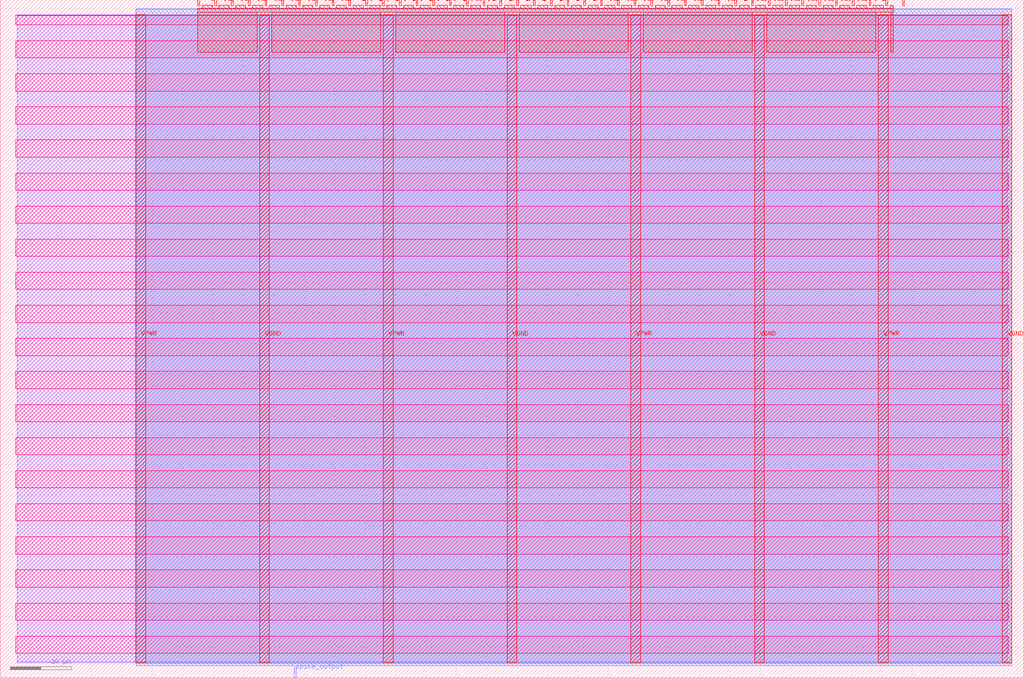
<source format=lef>
VERSION 5.7 ;
  NOWIREEXTENSIONATPIN ON ;
  DIVIDERCHAR "/" ;
  BUSBITCHARS "[]" ;
MACRO tt_um_topLevel_derekabarca
  CLASS BLOCK ;
  FOREIGN tt_um_topLevel_derekabarca ;
  ORIGIN 0.000 0.000 ;
  SIZE 168.360 BY 111.520 ;
  PIN VGND
    DIRECTION INOUT ;
    USE GROUND ;
    PORT
      LAYER met4 ;
        RECT 42.670 2.480 44.270 109.040 ;
    END
    PORT
      LAYER met4 ;
        RECT 83.380 2.480 84.980 109.040 ;
    END
    PORT
      LAYER met4 ;
        RECT 124.090 2.480 125.690 109.040 ;
    END
    PORT
      LAYER met4 ;
        RECT 164.800 2.480 166.400 109.040 ;
    END
  END VGND
  PIN VPWR
    DIRECTION INOUT ;
    USE POWER ;
    PORT
      LAYER met4 ;
        RECT 22.315 2.480 23.915 109.040 ;
    END
    PORT
      LAYER met4 ;
        RECT 63.025 2.480 64.625 109.040 ;
    END
    PORT
      LAYER met4 ;
        RECT 103.735 2.480 105.335 109.040 ;
    END
    PORT
      LAYER met4 ;
        RECT 144.445 2.480 146.045 109.040 ;
    END
  END VPWR
  PIN clk
    DIRECTION INPUT ;
    USE SIGNAL ;
    ANTENNAGATEAREA 0.852000 ;
    PORT
      LAYER met4 ;
        RECT 145.670 110.520 145.970 111.520 ;
    END
  END clk
  PIN ena
    DIRECTION INPUT ;
    USE SIGNAL ;
    PORT
      LAYER met4 ;
        RECT 148.430 110.520 148.730 111.520 ;
    END
  END ena
  PIN rst_n
    DIRECTION INPUT ;
    USE SIGNAL ;
    ANTENNAGATEAREA 0.196500 ;
    PORT
      LAYER met4 ;
        RECT 142.910 110.520 143.210 111.520 ;
    END
  END rst_n
  PIN spike_output
    DIRECTION OUTPUT TRISTATE ;
    USE SIGNAL ;
    ANTENNADIFFAREA 0.891000 ;
    PORT
      LAYER met2 ;
        RECT 48.390 0.000 48.670 2.000 ;
    END
  END spike_output
  PIN ui_in[0]
    DIRECTION INPUT ;
    USE SIGNAL ;
    PORT
      LAYER met4 ;
        RECT 140.150 110.520 140.450 111.520 ;
    END
  END ui_in[0]
  PIN ui_in[1]
    DIRECTION INPUT ;
    USE SIGNAL ;
    PORT
      LAYER met4 ;
        RECT 137.390 110.520 137.690 111.520 ;
    END
  END ui_in[1]
  PIN ui_in[2]
    DIRECTION INPUT ;
    USE SIGNAL ;
    PORT
      LAYER met4 ;
        RECT 134.630 110.520 134.930 111.520 ;
    END
  END ui_in[2]
  PIN ui_in[3]
    DIRECTION INPUT ;
    USE SIGNAL ;
    PORT
      LAYER met4 ;
        RECT 131.870 110.520 132.170 111.520 ;
    END
  END ui_in[3]
  PIN ui_in[4]
    DIRECTION INPUT ;
    USE SIGNAL ;
    PORT
      LAYER met4 ;
        RECT 129.110 110.520 129.410 111.520 ;
    END
  END ui_in[4]
  PIN ui_in[5]
    DIRECTION INPUT ;
    USE SIGNAL ;
    PORT
      LAYER met4 ;
        RECT 126.350 110.520 126.650 111.520 ;
    END
  END ui_in[5]
  PIN ui_in[6]
    DIRECTION INPUT ;
    USE SIGNAL ;
    PORT
      LAYER met4 ;
        RECT 123.590 110.520 123.890 111.520 ;
    END
  END ui_in[6]
  PIN ui_in[7]
    DIRECTION INPUT ;
    USE SIGNAL ;
    PORT
      LAYER met4 ;
        RECT 120.830 110.520 121.130 111.520 ;
    END
  END ui_in[7]
  PIN uio_in[0]
    DIRECTION INPUT ;
    USE SIGNAL ;
    PORT
      LAYER met4 ;
        RECT 118.070 110.520 118.370 111.520 ;
    END
  END uio_in[0]
  PIN uio_in[1]
    DIRECTION INPUT ;
    USE SIGNAL ;
    PORT
      LAYER met4 ;
        RECT 115.310 110.520 115.610 111.520 ;
    END
  END uio_in[1]
  PIN uio_in[2]
    DIRECTION INPUT ;
    USE SIGNAL ;
    PORT
      LAYER met4 ;
        RECT 112.550 110.520 112.850 111.520 ;
    END
  END uio_in[2]
  PIN uio_in[3]
    DIRECTION INPUT ;
    USE SIGNAL ;
    PORT
      LAYER met4 ;
        RECT 109.790 110.520 110.090 111.520 ;
    END
  END uio_in[3]
  PIN uio_in[4]
    DIRECTION INPUT ;
    USE SIGNAL ;
    PORT
      LAYER met4 ;
        RECT 107.030 110.520 107.330 111.520 ;
    END
  END uio_in[4]
  PIN uio_in[5]
    DIRECTION INPUT ;
    USE SIGNAL ;
    PORT
      LAYER met4 ;
        RECT 104.270 110.520 104.570 111.520 ;
    END
  END uio_in[5]
  PIN uio_in[6]
    DIRECTION INPUT ;
    USE SIGNAL ;
    PORT
      LAYER met4 ;
        RECT 101.510 110.520 101.810 111.520 ;
    END
  END uio_in[6]
  PIN uio_in[7]
    DIRECTION INPUT ;
    USE SIGNAL ;
    PORT
      LAYER met4 ;
        RECT 98.750 110.520 99.050 111.520 ;
    END
  END uio_in[7]
  PIN uio_oe[0]
    DIRECTION OUTPUT TRISTATE ;
    USE SIGNAL ;
    PORT
      LAYER met4 ;
        RECT 51.830 110.520 52.130 111.520 ;
    END
  END uio_oe[0]
  PIN uio_oe[1]
    DIRECTION OUTPUT TRISTATE ;
    USE SIGNAL ;
    PORT
      LAYER met4 ;
        RECT 49.070 110.520 49.370 111.520 ;
    END
  END uio_oe[1]
  PIN uio_oe[2]
    DIRECTION OUTPUT TRISTATE ;
    USE SIGNAL ;
    PORT
      LAYER met4 ;
        RECT 46.310 110.520 46.610 111.520 ;
    END
  END uio_oe[2]
  PIN uio_oe[3]
    DIRECTION OUTPUT TRISTATE ;
    USE SIGNAL ;
    PORT
      LAYER met4 ;
        RECT 43.550 110.520 43.850 111.520 ;
    END
  END uio_oe[3]
  PIN uio_oe[4]
    DIRECTION OUTPUT TRISTATE ;
    USE SIGNAL ;
    PORT
      LAYER met4 ;
        RECT 40.790 110.520 41.090 111.520 ;
    END
  END uio_oe[4]
  PIN uio_oe[5]
    DIRECTION OUTPUT TRISTATE ;
    USE SIGNAL ;
    PORT
      LAYER met4 ;
        RECT 38.030 110.520 38.330 111.520 ;
    END
  END uio_oe[5]
  PIN uio_oe[6]
    DIRECTION OUTPUT TRISTATE ;
    USE SIGNAL ;
    PORT
      LAYER met4 ;
        RECT 35.270 110.520 35.570 111.520 ;
    END
  END uio_oe[6]
  PIN uio_oe[7]
    DIRECTION OUTPUT TRISTATE ;
    USE SIGNAL ;
    PORT
      LAYER met4 ;
        RECT 32.510 110.520 32.810 111.520 ;
    END
  END uio_oe[7]
  PIN uio_out[0]
    DIRECTION OUTPUT TRISTATE ;
    USE SIGNAL ;
    PORT
      LAYER met4 ;
        RECT 73.910 110.520 74.210 111.520 ;
    END
  END uio_out[0]
  PIN uio_out[1]
    DIRECTION OUTPUT TRISTATE ;
    USE SIGNAL ;
    PORT
      LAYER met4 ;
        RECT 71.150 110.520 71.450 111.520 ;
    END
  END uio_out[1]
  PIN uio_out[2]
    DIRECTION OUTPUT TRISTATE ;
    USE SIGNAL ;
    PORT
      LAYER met4 ;
        RECT 68.390 110.520 68.690 111.520 ;
    END
  END uio_out[2]
  PIN uio_out[3]
    DIRECTION OUTPUT TRISTATE ;
    USE SIGNAL ;
    PORT
      LAYER met4 ;
        RECT 65.630 110.520 65.930 111.520 ;
    END
  END uio_out[3]
  PIN uio_out[4]
    DIRECTION OUTPUT TRISTATE ;
    USE SIGNAL ;
    PORT
      LAYER met4 ;
        RECT 62.870 110.520 63.170 111.520 ;
    END
  END uio_out[4]
  PIN uio_out[5]
    DIRECTION OUTPUT TRISTATE ;
    USE SIGNAL ;
    PORT
      LAYER met4 ;
        RECT 60.110 110.520 60.410 111.520 ;
    END
  END uio_out[5]
  PIN uio_out[6]
    DIRECTION OUTPUT TRISTATE ;
    USE SIGNAL ;
    PORT
      LAYER met4 ;
        RECT 57.350 110.520 57.650 111.520 ;
    END
  END uio_out[6]
  PIN uio_out[7]
    DIRECTION OUTPUT TRISTATE ;
    USE SIGNAL ;
    PORT
      LAYER met4 ;
        RECT 54.590 110.520 54.890 111.520 ;
    END
  END uio_out[7]
  PIN uo_out[0]
    DIRECTION OUTPUT TRISTATE ;
    USE SIGNAL ;
    PORT
      LAYER met4 ;
        RECT 95.990 110.520 96.290 111.520 ;
    END
  END uo_out[0]
  PIN uo_out[1]
    DIRECTION OUTPUT TRISTATE ;
    USE SIGNAL ;
    PORT
      LAYER met4 ;
        RECT 93.230 110.520 93.530 111.520 ;
    END
  END uo_out[1]
  PIN uo_out[2]
    DIRECTION OUTPUT TRISTATE ;
    USE SIGNAL ;
    PORT
      LAYER met4 ;
        RECT 90.470 110.520 90.770 111.520 ;
    END
  END uo_out[2]
  PIN uo_out[3]
    DIRECTION OUTPUT TRISTATE ;
    USE SIGNAL ;
    PORT
      LAYER met4 ;
        RECT 87.710 110.520 88.010 111.520 ;
    END
  END uo_out[3]
  PIN uo_out[4]
    DIRECTION OUTPUT TRISTATE ;
    USE SIGNAL ;
    PORT
      LAYER met4 ;
        RECT 84.950 110.520 85.250 111.520 ;
    END
  END uo_out[4]
  PIN uo_out[5]
    DIRECTION OUTPUT TRISTATE ;
    USE SIGNAL ;
    PORT
      LAYER met4 ;
        RECT 82.190 110.520 82.490 111.520 ;
    END
  END uo_out[5]
  PIN uo_out[6]
    DIRECTION OUTPUT TRISTATE ;
    USE SIGNAL ;
    PORT
      LAYER met4 ;
        RECT 79.430 110.520 79.730 111.520 ;
    END
  END uo_out[6]
  PIN uo_out[7]
    DIRECTION OUTPUT TRISTATE ;
    USE SIGNAL ;
    PORT
      LAYER met4 ;
        RECT 76.670 110.520 76.970 111.520 ;
    END
  END uo_out[7]
  OBS
      LAYER nwell ;
        RECT 2.570 107.385 165.790 108.990 ;
        RECT 2.570 101.945 165.790 104.775 ;
        RECT 2.570 96.505 165.790 99.335 ;
        RECT 2.570 91.065 165.790 93.895 ;
        RECT 2.570 85.625 165.790 88.455 ;
        RECT 2.570 80.185 165.790 83.015 ;
        RECT 2.570 74.745 165.790 77.575 ;
        RECT 2.570 69.305 165.790 72.135 ;
        RECT 2.570 63.865 165.790 66.695 ;
        RECT 2.570 58.425 165.790 61.255 ;
        RECT 2.570 52.985 165.790 55.815 ;
        RECT 2.570 47.545 165.790 50.375 ;
        RECT 2.570 42.105 165.790 44.935 ;
        RECT 2.570 36.665 165.790 39.495 ;
        RECT 2.570 31.225 165.790 34.055 ;
        RECT 2.570 25.785 165.790 28.615 ;
        RECT 2.570 20.345 165.790 23.175 ;
        RECT 2.570 14.905 165.790 17.735 ;
        RECT 2.570 9.465 165.790 12.295 ;
        RECT 2.570 4.025 165.790 6.855 ;
      LAYER li1 ;
        RECT 2.760 2.635 165.600 108.885 ;
      LAYER met1 ;
        RECT 2.760 2.480 166.400 109.040 ;
      LAYER met2 ;
        RECT 22.345 2.280 166.370 110.005 ;
        RECT 22.345 2.000 48.110 2.280 ;
        RECT 48.950 2.000 166.370 2.280 ;
      LAYER met3 ;
        RECT 22.325 2.555 166.390 109.985 ;
      LAYER met4 ;
        RECT 33.210 110.120 34.870 110.650 ;
        RECT 35.970 110.120 37.630 110.650 ;
        RECT 38.730 110.120 40.390 110.650 ;
        RECT 41.490 110.120 43.150 110.650 ;
        RECT 44.250 110.120 45.910 110.650 ;
        RECT 47.010 110.120 48.670 110.650 ;
        RECT 49.770 110.120 51.430 110.650 ;
        RECT 52.530 110.120 54.190 110.650 ;
        RECT 55.290 110.120 56.950 110.650 ;
        RECT 58.050 110.120 59.710 110.650 ;
        RECT 60.810 110.120 62.470 110.650 ;
        RECT 63.570 110.120 65.230 110.650 ;
        RECT 66.330 110.120 67.990 110.650 ;
        RECT 69.090 110.120 70.750 110.650 ;
        RECT 71.850 110.120 73.510 110.650 ;
        RECT 74.610 110.120 76.270 110.650 ;
        RECT 77.370 110.120 79.030 110.650 ;
        RECT 80.130 110.120 81.790 110.650 ;
        RECT 82.890 110.120 84.550 110.650 ;
        RECT 85.650 110.120 87.310 110.650 ;
        RECT 88.410 110.120 90.070 110.650 ;
        RECT 91.170 110.120 92.830 110.650 ;
        RECT 93.930 110.120 95.590 110.650 ;
        RECT 96.690 110.120 98.350 110.650 ;
        RECT 99.450 110.120 101.110 110.650 ;
        RECT 102.210 110.120 103.870 110.650 ;
        RECT 104.970 110.120 106.630 110.650 ;
        RECT 107.730 110.120 109.390 110.650 ;
        RECT 110.490 110.120 112.150 110.650 ;
        RECT 113.250 110.120 114.910 110.650 ;
        RECT 116.010 110.120 117.670 110.650 ;
        RECT 118.770 110.120 120.430 110.650 ;
        RECT 121.530 110.120 123.190 110.650 ;
        RECT 124.290 110.120 125.950 110.650 ;
        RECT 127.050 110.120 128.710 110.650 ;
        RECT 129.810 110.120 131.470 110.650 ;
        RECT 132.570 110.120 134.230 110.650 ;
        RECT 135.330 110.120 136.990 110.650 ;
        RECT 138.090 110.120 139.750 110.650 ;
        RECT 140.850 110.120 142.510 110.650 ;
        RECT 143.610 110.120 145.270 110.650 ;
        RECT 146.370 110.120 146.905 110.650 ;
        RECT 32.495 109.440 146.905 110.120 ;
        RECT 32.495 102.855 42.270 109.440 ;
        RECT 44.670 102.855 62.625 109.440 ;
        RECT 65.025 102.855 82.980 109.440 ;
        RECT 85.380 102.855 103.335 109.440 ;
        RECT 105.735 102.855 123.690 109.440 ;
        RECT 126.090 102.855 144.045 109.440 ;
        RECT 146.445 102.855 146.905 109.440 ;
  END
END tt_um_topLevel_derekabarca
END LIBRARY


</source>
